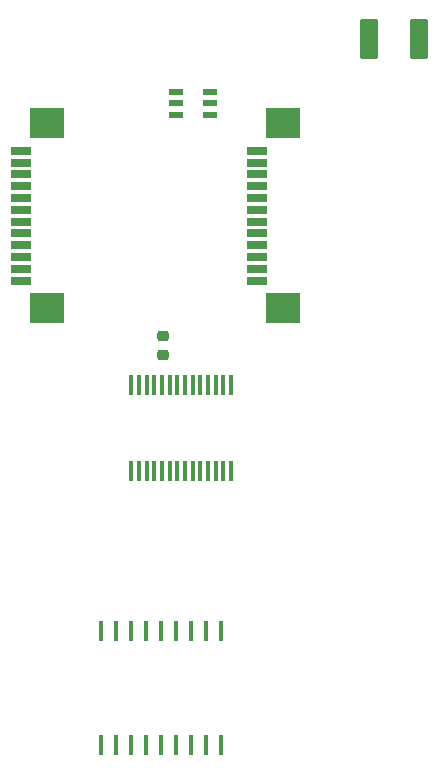
<source format=gbr>
%TF.GenerationSoftware,KiCad,Pcbnew,9.0.2*%
%TF.CreationDate,2025-05-30T08:45:59+03:00*%
%TF.ProjectId,PMCNV-RQ8,504d434e-562d-4525-9138-2e6b69636164,rev?*%
%TF.SameCoordinates,Original*%
%TF.FileFunction,Paste,Top*%
%TF.FilePolarity,Positive*%
%FSLAX46Y46*%
G04 Gerber Fmt 4.6, Leading zero omitted, Abs format (unit mm)*
G04 Created by KiCad (PCBNEW 9.0.2) date 2025-05-30 08:45:59*
%MOMM*%
%LPD*%
G01*
G04 APERTURE LIST*
G04 Aperture macros list*
%AMRoundRect*
0 Rectangle with rounded corners*
0 $1 Rounding radius*
0 $2 $3 $4 $5 $6 $7 $8 $9 X,Y pos of 4 corners*
0 Add a 4 corners polygon primitive as box body*
4,1,4,$2,$3,$4,$5,$6,$7,$8,$9,$2,$3,0*
0 Add four circle primitives for the rounded corners*
1,1,$1+$1,$2,$3*
1,1,$1+$1,$4,$5*
1,1,$1+$1,$6,$7*
1,1,$1+$1,$8,$9*
0 Add four rect primitives between the rounded corners*
20,1,$1+$1,$2,$3,$4,$5,0*
20,1,$1+$1,$4,$5,$6,$7,0*
20,1,$1+$1,$6,$7,$8,$9,0*
20,1,$1+$1,$8,$9,$2,$3,0*%
G04 Aperture macros list end*
%ADD10R,0.450800X1.716000*%
%ADD11R,1.181100X0.558800*%
%ADD12RoundRect,0.225000X0.250000X-0.225000X0.250000X0.225000X-0.250000X0.225000X-0.250000X-0.225000X0*%
%ADD13R,1.803400X0.635000*%
%ADD14R,2.997200X2.590800*%
%ADD15R,0.431800X1.655601*%
%ADD16RoundRect,0.250000X0.537500X1.450000X-0.537500X1.450000X-0.537500X-1.450000X0.537500X-1.450000X0*%
G04 APERTURE END LIST*
D10*
%TO.C,U2*%
X-16645000Y-5149202D03*
X-17915000Y-5149202D03*
X-19185000Y-5149202D03*
X-20455000Y-5149202D03*
X-21725000Y-5149202D03*
X-22995000Y-5149202D03*
X-24265000Y-5149202D03*
X-25535000Y-5149202D03*
X-26805000Y-5149202D03*
X-26805000Y-14850798D03*
X-25535000Y-14850798D03*
X-24265000Y-14850798D03*
X-22995000Y-14850798D03*
X-21725000Y-14850798D03*
X-20455000Y-14850798D03*
X-19185000Y-14850798D03*
X-17915000Y-14850798D03*
X-16645000Y-14850798D03*
%TD*%
D11*
%TO.C,U5*%
X-20466850Y40450001D03*
X-20466850Y39500000D03*
X-20466850Y38549999D03*
X-17533150Y38549999D03*
X-17533150Y39500000D03*
X-17533150Y40450001D03*
%TD*%
D12*
%TO.C,C2*%
X-21500000Y18225000D03*
X-21500000Y19775000D03*
%TD*%
D13*
%TO.C,J1*%
X-33556000Y24500008D03*
X-33556000Y25500006D03*
X-33556000Y26500004D03*
X-33556000Y27500002D03*
X-33556000Y28500000D03*
X-33556000Y29500000D03*
X-33556000Y30500000D03*
X-33556000Y31500000D03*
X-33556000Y32499998D03*
X-33556000Y33499996D03*
X-33556000Y34499994D03*
X-33556000Y35499992D03*
D14*
X-31385999Y22149997D03*
X-31385999Y37850003D03*
%TD*%
D15*
%TO.C,U1*%
X-15775000Y15627801D03*
X-16425001Y15627801D03*
X-17075000Y15627801D03*
X-17725001Y15627801D03*
X-18374999Y15627801D03*
X-19025001Y15627801D03*
X-19674999Y15627801D03*
X-20324998Y15627801D03*
X-20974999Y15627801D03*
X-21624998Y15627801D03*
X-22274999Y15627801D03*
X-22924998Y15627801D03*
X-23574999Y15627801D03*
X-24224998Y15627801D03*
X-24225000Y8372199D03*
X-23574999Y8372199D03*
X-22925000Y8372199D03*
X-22274999Y8372199D03*
X-21625001Y8372199D03*
X-20974999Y8372199D03*
X-20325001Y8372199D03*
X-19674999Y8372199D03*
X-19025001Y8372199D03*
X-18374999Y8372199D03*
X-17725001Y8372199D03*
X-17075000Y8372199D03*
X-16425001Y8372199D03*
X-15775000Y8372199D03*
%TD*%
D16*
%TO.C,C1*%
X137500Y45000000D03*
X-4137500Y45000000D03*
%TD*%
D13*
%TO.C,J3*%
X-13556000Y24500008D03*
X-13556000Y25500006D03*
X-13556000Y26500004D03*
X-13556000Y27500002D03*
X-13556000Y28500000D03*
X-13556000Y29500000D03*
X-13556000Y30500000D03*
X-13556000Y31500000D03*
X-13556000Y32499998D03*
X-13556000Y33499996D03*
X-13556000Y34499994D03*
X-13556000Y35499992D03*
D14*
X-11385999Y22149997D03*
X-11385999Y37850003D03*
%TD*%
M02*

</source>
